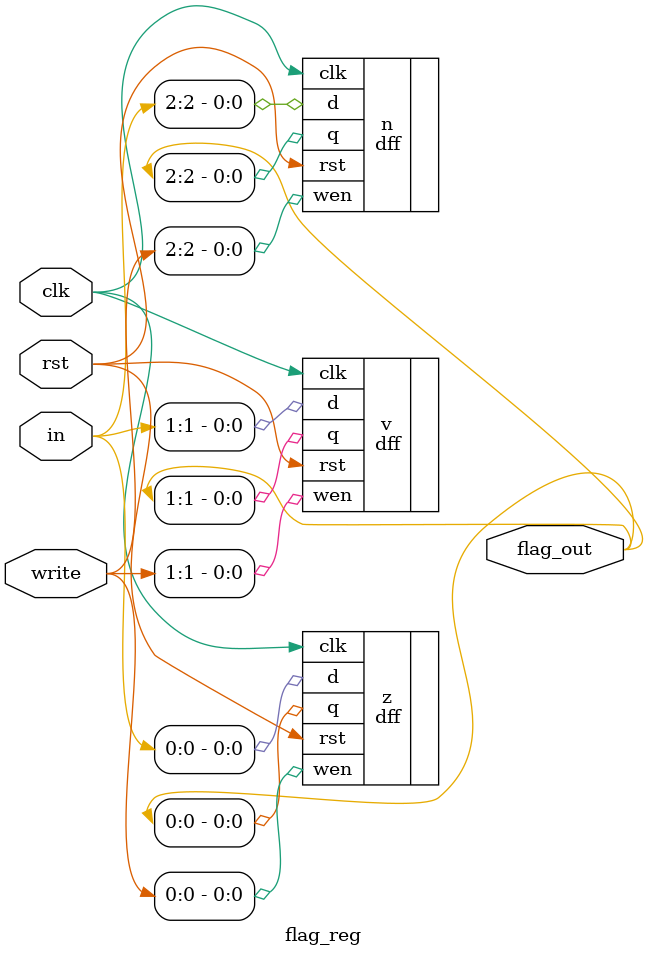
<source format=v>

module flag_reg (clk, rst, write, in, flag_out);
  // input
  input clk, rst;
  input [2:0] write, in;
  // output
  output [2:0] flag_out;

  dff n (.q(flag_out[2]), .d(in[2]), .wen(write[2]), .clk(clk), .rst(rst));
  dff v (.q(flag_out[1]), .d(in[1]), .wen(write[1]), .clk(clk), .rst(rst));
  dff z (.q(flag_out[0]), .d(in[0]), .wen(write[0]), .clk(clk), .rst(rst));
endmodule

</source>
